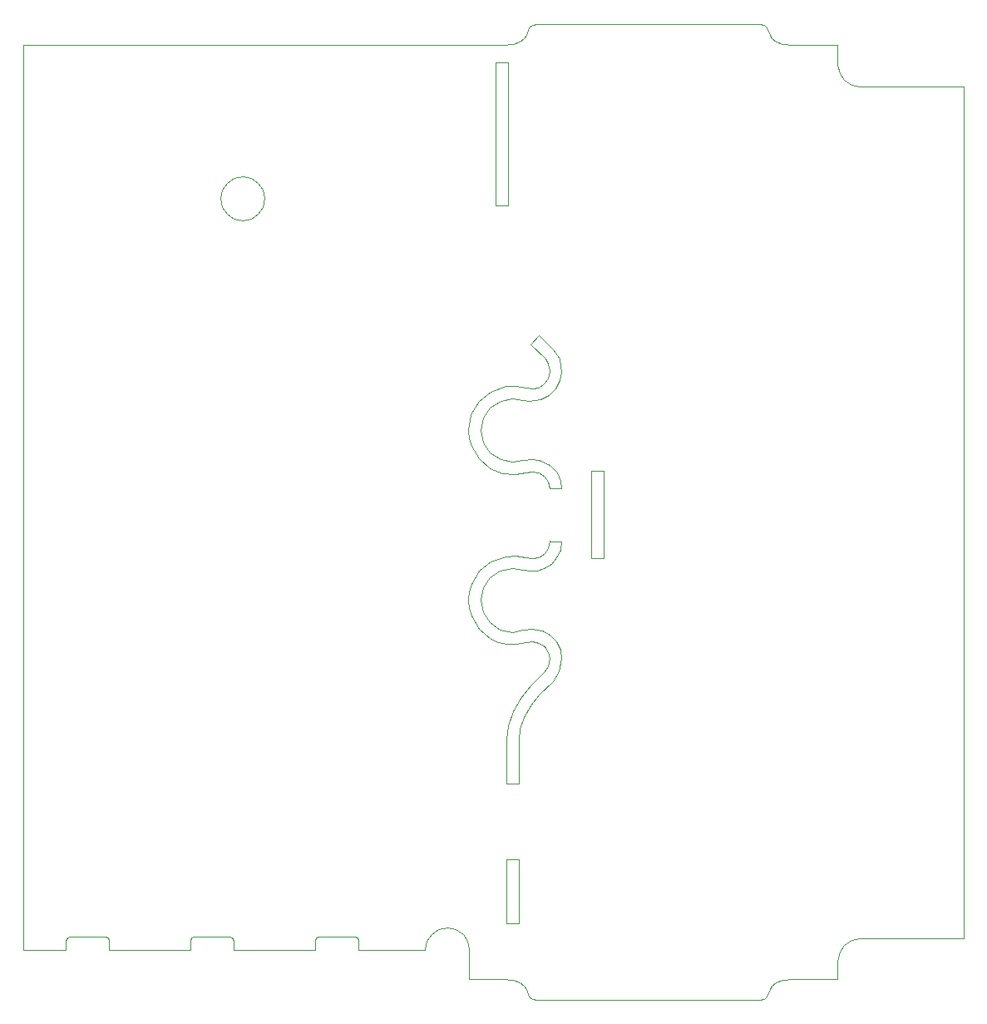
<source format=gm1>
G04 #@! TF.GenerationSoftware,KiCad,Pcbnew,(6.0.7)*
G04 #@! TF.CreationDate,2022-10-09T19:58:45-04:00*
G04 #@! TF.ProjectId,mh-custom-v2,6d682d63-7573-4746-9f6d-2d76322e6b69,rev?*
G04 #@! TF.SameCoordinates,Original*
G04 #@! TF.FileFunction,Profile,NP*
%FSLAX46Y46*%
G04 Gerber Fmt 4.6, Leading zero omitted, Abs format (unit mm)*
G04 Created by KiCad (PCBNEW (6.0.7)) date 2022-10-09 19:58:45*
%MOMM*%
%LPD*%
G01*
G04 APERTURE LIST*
G04 #@! TA.AperFunction,Profile*
%ADD10C,0.000787*%
G04 #@! TD*
G04 APERTURE END LIST*
D10*
X111321463Y-22885739D02*
X110237395Y-22796588D01*
X108593730Y-119741473D02*
X108903238Y-119028257D01*
X84401476Y-119741471D02*
X84687767Y-119976506D01*
X84682316Y-65058749D02*
X83818798Y-65163652D01*
X83027610Y-57587938D02*
X82013202Y-57635998D01*
X83389319Y-105758074D02*
X83389319Y-112298581D01*
X63029930Y-113648482D02*
X66645153Y-113648488D01*
X108593708Y-21135118D02*
X108307418Y-20900082D01*
X87564686Y-84434779D02*
X87148642Y-83631619D01*
X66645153Y-113648488D02*
X66928242Y-113765376D01*
X116013280Y-25761439D02*
X115836464Y-24885645D01*
X85382430Y-83736117D02*
X85955151Y-84129077D01*
X86826882Y-53843438D02*
X85389215Y-52453380D01*
X115836464Y-24885645D02*
X115836454Y-22885739D01*
X57469961Y-38513698D02*
X57293145Y-39389491D01*
X118086450Y-27135631D02*
X117210656Y-26958812D01*
X84681286Y-76418255D02*
X85195311Y-76369650D01*
X85197535Y-120065655D02*
X96497593Y-120065656D01*
X118086440Y-113845377D02*
X128648029Y-113845377D01*
X85382114Y-75037216D02*
X84682286Y-75177015D01*
X83818798Y-65163652D02*
X82732050Y-65350720D01*
X82062292Y-83848820D02*
X82061772Y-83849820D01*
X82139322Y-112298581D02*
X82139312Y-105757974D01*
X86338425Y-74078168D02*
X85954328Y-74653214D01*
X78289139Y-78561755D02*
X78213959Y-79381399D01*
X86333914Y-56804627D02*
X85949463Y-57374124D01*
X81656113Y-66482470D02*
X83049830Y-66600809D01*
X83517616Y-89346704D02*
X82766929Y-90700232D01*
X50289655Y-113648482D02*
X53904378Y-113648488D01*
X83818798Y-59027098D02*
X84389093Y-59137996D01*
X84682286Y-57890762D02*
X84151568Y-57809113D01*
X86520318Y-65682722D02*
X85433165Y-65160035D01*
X54304377Y-114177647D02*
X54304377Y-115030825D01*
X84682286Y-83586266D02*
X85382430Y-83736117D01*
X82061772Y-83849820D02*
X83027610Y-83889090D01*
X83049830Y-66600809D02*
X84055448Y-66414774D01*
X80429000Y-77079873D02*
X81463817Y-76382162D01*
X86477523Y-56095526D02*
X86333914Y-56804627D01*
X79731294Y-80649085D02*
X79475417Y-79381898D01*
X75185822Y-112884252D02*
X76063224Y-112707980D01*
X85389215Y-52453380D02*
X84516407Y-53348931D01*
X83344519Y-98118189D02*
X83347519Y-93570668D01*
X79308942Y-82329386D02*
X80528038Y-83325388D01*
X86450955Y-58571393D02*
X87119136Y-57885272D01*
X53628998Y-40104676D02*
X53146806Y-39389491D01*
X86473903Y-73365238D02*
X86338425Y-74078168D01*
X82731020Y-76126285D02*
X83817778Y-76313353D01*
X85388225Y-89023667D02*
X86826892Y-87633570D01*
X78504439Y-80976245D02*
X79308942Y-82329386D01*
X86474013Y-73453038D02*
X86473903Y-73365238D01*
X82229121Y-24650436D02*
X82229121Y-39233007D01*
X78136947Y-114080543D02*
X78313219Y-114957965D01*
X87715710Y-67984149D02*
X87600315Y-67246014D01*
X53146806Y-37637900D02*
X53628998Y-36922716D01*
X56095769Y-36440527D02*
X56810953Y-36922716D01*
X56810953Y-40104676D02*
X56095769Y-40586868D01*
X84687727Y-20900032D02*
X84401436Y-21135067D01*
X84532305Y-90085812D02*
X85388225Y-89023667D01*
X80386966Y-65957454D02*
X81656113Y-66482470D01*
X79731292Y-78114693D02*
X80429000Y-77079873D01*
X86826892Y-87633570D02*
X87470705Y-86666547D01*
X117210656Y-26958812D02*
X116495472Y-26476621D01*
X82731020Y-82637502D02*
X81463821Y-82381620D01*
X82229121Y-39233007D02*
X80979124Y-39233007D01*
X128648029Y-27135631D02*
X118086450Y-27135631D01*
X87218856Y-75042168D02*
X87585968Y-74274700D01*
X83347519Y-93570668D02*
X83478885Y-92479020D01*
X80430025Y-59793108D02*
X81464845Y-59095393D01*
X116495462Y-114504385D02*
X117210646Y-114022193D01*
X115836454Y-22885739D02*
X111321463Y-22885739D01*
X82013202Y-57635998D02*
X80491069Y-58173667D01*
X78313219Y-114957965D02*
X78313229Y-117990849D01*
X87715210Y-85273515D02*
X87564686Y-84434779D01*
X53146806Y-39389491D02*
X52969990Y-38513698D01*
X96497593Y-20810944D02*
X85197495Y-20810884D01*
X55219975Y-36263713D02*
X55219975Y-36263713D01*
X74470817Y-113365539D02*
X75185822Y-112884252D01*
X66928242Y-113765376D02*
X67045132Y-114048463D01*
X116495472Y-26476621D02*
X116013280Y-25761439D01*
X49889686Y-114630856D02*
X49889686Y-114048457D01*
X84516407Y-53348931D02*
X86051194Y-54854258D01*
X87470705Y-86666547D02*
X87715210Y-85273515D01*
X79732312Y-63362320D02*
X79476437Y-62095117D01*
X78505157Y-77789201D02*
X78289139Y-78561755D01*
X96497593Y-120065656D02*
X107797670Y-120065656D01*
X85899304Y-76160908D02*
X86646073Y-75693209D01*
X81463817Y-76382162D02*
X82731020Y-76126285D01*
X82757747Y-22796538D02*
X81673683Y-22885689D01*
X81464841Y-65094845D02*
X80430021Y-64397137D01*
X54304377Y-115030825D02*
X62629961Y-115030825D01*
X62629961Y-115030825D02*
X62629961Y-114630856D01*
X84682286Y-75177015D02*
X84055448Y-75062293D01*
X78288731Y-80201821D02*
X78504439Y-80976245D01*
X82286142Y-92131316D02*
X82096982Y-93582566D01*
X78508285Y-63673120D02*
X79285155Y-64990693D01*
X73813238Y-115030825D02*
X73813238Y-114957965D01*
X108903238Y-119028257D02*
X109130136Y-118647335D01*
X85955078Y-66813518D02*
X86339269Y-67351372D01*
X78290953Y-62911196D02*
X78508285Y-63673120D01*
X37244981Y-114630856D02*
X37244981Y-114177647D01*
X87715720Y-73457723D02*
X87715810Y-73453038D01*
X83865070Y-118647333D02*
X84091968Y-119028256D01*
X41645223Y-114048463D02*
X41645223Y-114177647D01*
X78213959Y-79381399D02*
X78288731Y-80201821D01*
X83865030Y-22229205D02*
X83454250Y-22561499D01*
X78313229Y-117990849D02*
X81673723Y-117990849D01*
X84055448Y-75062293D02*
X83049830Y-74876258D01*
X37361871Y-113765370D02*
X37644961Y-113648482D01*
X78213959Y-62095669D02*
X78290953Y-62911196D01*
X85955151Y-84129077D02*
X86339731Y-84680191D01*
X56095769Y-40586868D02*
X55219975Y-40763684D01*
X87715810Y-73453038D02*
X86474013Y-73453038D01*
X41528333Y-113765376D02*
X41645223Y-114048463D01*
X85197495Y-20810884D02*
X84687727Y-20900032D01*
X67045152Y-115030825D02*
X71345143Y-115030825D01*
X116013270Y-115219570D02*
X116495462Y-114504385D01*
X83454290Y-118315039D02*
X83865070Y-118647333D01*
X86332147Y-55325200D02*
X86477523Y-56095526D01*
X90770804Y-66270553D02*
X92020902Y-66270553D01*
X82757787Y-118080001D02*
X83454290Y-118315039D01*
X82732050Y-58839513D02*
X83818798Y-59027098D01*
X109540916Y-118315041D02*
X110237418Y-118080002D01*
X37244981Y-115030825D02*
X37244981Y-114630856D01*
X109130112Y-22229256D02*
X108903214Y-21848332D01*
X84681286Y-82346047D02*
X83817778Y-82449917D01*
X32931560Y-22885739D02*
X32931560Y-115030825D01*
X85949454Y-86732870D02*
X84516477Y-88128127D01*
X108903214Y-21848332D02*
X108593708Y-21135118D01*
X37644961Y-113648482D02*
X41245243Y-113648488D01*
X109130136Y-118647335D02*
X109540916Y-118315041D01*
X41245243Y-113648488D02*
X41528333Y-113765376D01*
X84055448Y-66414774D02*
X84682286Y-66300053D01*
X32931560Y-115030825D02*
X37244981Y-115030825D01*
X111321483Y-117990850D02*
X115836454Y-117990849D01*
X53628998Y-36922716D02*
X54344182Y-36440527D01*
X79285155Y-64990693D02*
X80386966Y-65957454D01*
X81463821Y-82381620D02*
X80429004Y-81683904D01*
X73813238Y-114957965D02*
X73989518Y-114080543D01*
X83817778Y-76313353D02*
X84681286Y-76418255D01*
X57293145Y-37637900D02*
X57469961Y-38513698D01*
X41645223Y-115030825D02*
X49889686Y-115030825D01*
X54344182Y-36440527D02*
X55219975Y-36263713D01*
X82096982Y-93582566D02*
X82093982Y-98118197D01*
X108307438Y-119976507D02*
X108593730Y-119741473D01*
X81464845Y-59095393D02*
X82732050Y-58839513D01*
X84091928Y-21848282D02*
X83865030Y-22229205D01*
X90770804Y-75169235D02*
X90770804Y-66270553D01*
X110237395Y-22796588D02*
X109540892Y-22561550D01*
X85951454Y-86733870D02*
X85949454Y-86732870D01*
X109540892Y-22561550D02*
X109130112Y-22229256D01*
X85949463Y-57374124D02*
X85380232Y-57753133D01*
X62746845Y-113765370D02*
X63029930Y-113648482D01*
X79288353Y-59165287D02*
X78498252Y-60507179D01*
X85737034Y-82535700D02*
X84681286Y-82346047D01*
X84091968Y-119028256D02*
X84401476Y-119741471D01*
X86473903Y-67984189D02*
X87715710Y-67984149D01*
X76940652Y-112884252D02*
X77655658Y-113365539D01*
X41645223Y-114177647D02*
X41645223Y-114630856D01*
X85380232Y-57753133D02*
X84682286Y-57890762D01*
X87558377Y-57053054D02*
X87716230Y-56199364D01*
X86343214Y-86122797D02*
X85951454Y-86733870D01*
X87600315Y-67246014D02*
X87222275Y-66428459D01*
X117210646Y-114022193D02*
X118086440Y-113845377D01*
X54344182Y-40586868D02*
X53628998Y-40104676D01*
X86051194Y-54854258D02*
X86332147Y-55325200D01*
X54304357Y-114048463D02*
X54304377Y-114177647D01*
X87716230Y-56199364D02*
X87476692Y-54818263D01*
X86475453Y-85304503D02*
X86343214Y-86122797D01*
X49889686Y-115030825D02*
X49889686Y-114630856D01*
X85195311Y-76369650D02*
X85899304Y-76160908D01*
X86339731Y-84680191D02*
X86475453Y-85304503D01*
X80491069Y-58173667D02*
X79288353Y-59165287D01*
X55219975Y-36263713D02*
X56095769Y-36440527D01*
X85606285Y-58986788D02*
X86450955Y-58571393D01*
X86339269Y-67351372D02*
X86473903Y-67984189D01*
X83884835Y-91277499D02*
X84532305Y-90085812D01*
X86521338Y-82964953D02*
X85737034Y-82535700D01*
X50006571Y-113765370D02*
X50289655Y-113648482D01*
X52969990Y-38513698D02*
X53146806Y-37637900D01*
X115836454Y-116095363D02*
X116013270Y-115219570D01*
X82766929Y-90700232D02*
X82286142Y-92131316D01*
X80507424Y-75448820D02*
X79305668Y-76441147D01*
X78498252Y-60507179D02*
X78213959Y-62095669D01*
X107797670Y-120065656D02*
X108307438Y-119976507D01*
X84151568Y-83667916D02*
X84682286Y-83586266D01*
X82732050Y-65350720D02*
X81464841Y-65094845D01*
X83049830Y-74876258D02*
X82002352Y-74923798D01*
X71345143Y-115030825D02*
X73813238Y-115030825D01*
X79305668Y-76441147D02*
X78505157Y-77789201D01*
X54187467Y-113765376D02*
X54304357Y-114048463D01*
X80528038Y-83325388D02*
X81261984Y-83653390D01*
X80430021Y-64397137D02*
X79732312Y-63362320D01*
X87585968Y-74274700D02*
X87715720Y-73457723D01*
X79475417Y-79381898D02*
X79731292Y-78114693D01*
X67045132Y-114048463D02*
X67045152Y-114177647D01*
X87148642Y-83631619D02*
X86521338Y-82964953D01*
X62629961Y-114630856D02*
X62629961Y-114048457D01*
X55219975Y-40763684D02*
X54344182Y-40586868D01*
X81261984Y-83653390D02*
X82062292Y-83848820D01*
X81673723Y-117990849D02*
X82757787Y-118080001D01*
X83454250Y-22561499D02*
X82757747Y-22796538D01*
X80979064Y-24650436D02*
X82229121Y-24650436D01*
X84389093Y-59137996D02*
X85606285Y-58986788D01*
X82139312Y-105757974D02*
X83389319Y-105758074D01*
X83478885Y-92479020D02*
X83884835Y-91277499D01*
X84516477Y-88128127D02*
X83517616Y-89346704D01*
X84687767Y-119976506D02*
X85197535Y-120065655D01*
X84682286Y-66300053D02*
X85382395Y-66439964D01*
X62629961Y-114048457D02*
X62746845Y-113765370D01*
X76063224Y-112707980D02*
X76940652Y-112884252D01*
X49889686Y-114048457D02*
X50006571Y-113765370D01*
X115836454Y-117990849D02*
X115836454Y-116095363D01*
X57293145Y-39389491D02*
X56810953Y-40104676D01*
X82002352Y-74923798D02*
X80507424Y-75448820D01*
X56810953Y-36922716D02*
X57293145Y-37637900D01*
X82093982Y-98118197D02*
X83344519Y-98118189D01*
X79732314Y-60827925D02*
X80430025Y-59793108D01*
X83027610Y-83889090D02*
X84151568Y-83667916D01*
X86646073Y-75693209D02*
X87218856Y-75042168D01*
X37244981Y-114048457D02*
X37361871Y-113765370D01*
X87119136Y-57885272D02*
X87558377Y-57053054D01*
X67045152Y-114177647D02*
X67045152Y-115030825D01*
X81673683Y-22885689D02*
X32931560Y-22885739D01*
X92020902Y-75169235D02*
X90770804Y-75169235D01*
X79476437Y-62095117D02*
X79732314Y-60827925D01*
X77655658Y-113365539D02*
X78136947Y-114080543D01*
X85433165Y-65160035D02*
X84682316Y-65058749D01*
X108307418Y-20900082D02*
X107797650Y-20810934D01*
X85382395Y-66439964D02*
X85955078Y-66813518D01*
X37244981Y-114177647D02*
X37244981Y-114048457D01*
X85954328Y-74653214D02*
X85382114Y-75037216D01*
X84401436Y-21135067D02*
X84091928Y-21848282D01*
X41645223Y-114630856D02*
X41645223Y-115030825D01*
X83389319Y-112298581D02*
X82139322Y-112298581D01*
X92020902Y-66270553D02*
X92020902Y-75169235D01*
X80979124Y-39233007D02*
X80979064Y-24650436D01*
X53904378Y-113648488D02*
X54187467Y-113765376D01*
X87476692Y-54818263D02*
X86826882Y-53843438D01*
X128648029Y-113845377D02*
X128648029Y-27135631D01*
X110237418Y-118080002D02*
X111321483Y-117990850D01*
X80429004Y-81683904D02*
X79731294Y-80649085D01*
X73989518Y-114080543D02*
X74470817Y-113365539D01*
X107797650Y-20810934D02*
X96497593Y-20810944D01*
X83817778Y-82449917D02*
X82731020Y-82637502D01*
X87222275Y-66428459D02*
X86520318Y-65682722D01*
X84151568Y-57809113D02*
X83027610Y-57587938D01*
M02*

</source>
